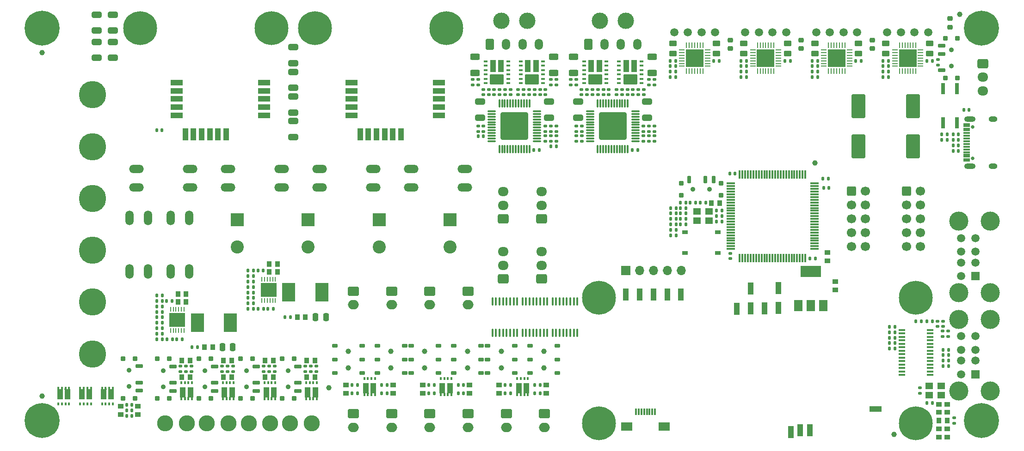
<source format=gbr>
%TF.GenerationSoftware,KiCad,Pcbnew,7.0.7-7.0.7~ubuntu22.04.1*%
%TF.CreationDate,2023-08-30T21:12:01-07:00*%
%TF.ProjectId,mainboard,6d61696e-626f-4617-9264-2e6b69636164,rev?*%
%TF.SameCoordinates,Original*%
%TF.FileFunction,Soldermask,Top*%
%TF.FilePolarity,Negative*%
%FSLAX46Y46*%
G04 Gerber Fmt 4.6, Leading zero omitted, Abs format (unit mm)*
G04 Created by KiCad (PCBNEW 7.0.7-7.0.7~ubuntu22.04.1) date 2023-08-30 21:12:01*
%MOMM*%
%LPD*%
G01*
G04 APERTURE LIST*
G04 Aperture macros list*
%AMRoundRect*
0 Rectangle with rounded corners*
0 $1 Rounding radius*
0 $2 $3 $4 $5 $6 $7 $8 $9 X,Y pos of 4 corners*
0 Add a 4 corners polygon primitive as box body*
4,1,4,$2,$3,$4,$5,$6,$7,$8,$9,$2,$3,0*
0 Add four circle primitives for the rounded corners*
1,1,$1+$1,$2,$3*
1,1,$1+$1,$4,$5*
1,1,$1+$1,$6,$7*
1,1,$1+$1,$8,$9*
0 Add four rect primitives between the rounded corners*
20,1,$1+$1,$2,$3,$4,$5,0*
20,1,$1+$1,$4,$5,$6,$7,0*
20,1,$1+$1,$6,$7,$8,$9,0*
20,1,$1+$1,$8,$9,$2,$3,0*%
G04 Aperture macros list end*
%ADD10RoundRect,0.100000X0.175000X0.200000X-0.175000X0.200000X-0.175000X-0.200000X0.175000X-0.200000X0*%
%ADD11RoundRect,0.250000X0.650000X-0.325000X0.650000X0.325000X-0.650000X0.325000X-0.650000X-0.325000X0*%
%ADD12RoundRect,0.100000X0.450000X1.000000X-0.450000X1.000000X-0.450000X-1.000000X0.450000X-1.000000X0*%
%ADD13RoundRect,0.100000X-0.350000X-0.400000X0.350000X-0.400000X0.350000X0.400000X-0.350000X0.400000X0*%
%ADD14RoundRect,0.100000X-1.000000X0.450000X-1.000000X-0.450000X1.000000X-0.450000X1.000000X0.450000X0*%
%ADD15C,2.950000*%
%ADD16RoundRect,0.100000X-0.175000X-0.200000X0.175000X-0.200000X0.175000X0.200000X-0.175000X0.200000X0*%
%ADD17RoundRect,0.100000X0.350000X0.400000X-0.350000X0.400000X-0.350000X-0.400000X0.350000X-0.400000X0*%
%ADD18RoundRect,0.100000X-0.450000X-1.000000X0.450000X-1.000000X0.450000X1.000000X-0.450000X1.000000X0*%
%ADD19RoundRect,0.100000X-0.200000X0.175000X-0.200000X-0.175000X0.200000X-0.175000X0.200000X0.175000X0*%
%ADD20RoundRect,0.250000X-0.450000X0.262500X-0.450000X-0.262500X0.450000X-0.262500X0.450000X0.262500X0*%
%ADD21RoundRect,0.225000X0.250000X-0.225000X0.250000X0.225000X-0.250000X0.225000X-0.250000X-0.225000X0*%
%ADD22C,1.000000*%
%ADD23RoundRect,0.100000X-0.400000X0.200000X-0.400000X-0.200000X0.400000X-0.200000X0.400000X0.200000X0*%
%ADD24O,2.700000X1.500000*%
%ADD25RoundRect,0.041667X0.133333X0.183333X-0.133333X0.183333X-0.133333X-0.183333X0.133333X-0.183333X0*%
%ADD26RoundRect,0.079673X0.455327X0.835327X-0.455327X0.835327X-0.455327X-0.835327X0.455327X-0.835327X0*%
%ADD27R,0.150000X0.150000*%
%ADD28RoundRect,0.041666X0.133333X0.183333X-0.133333X0.183333X-0.133333X-0.183333X0.133333X-0.183333X0*%
%ADD29RoundRect,0.250000X-1.000000X1.950000X-1.000000X-1.950000X1.000000X-1.950000X1.000000X1.950000X0*%
%ADD30RoundRect,0.100000X0.200000X-0.175000X0.200000X0.175000X-0.200000X0.175000X-0.200000X-0.175000X0*%
%ADD31RoundRect,0.100000X0.400000X-0.350000X0.400000X0.350000X-0.400000X0.350000X-0.400000X-0.350000X0*%
%ADD32O,1.500000X2.700000*%
%ADD33C,1.500000*%
%ADD34RoundRect,0.250000X0.625000X-0.312500X0.625000X0.312500X-0.625000X0.312500X-0.625000X-0.312500X0*%
%ADD35C,3.000000*%
%ADD36RoundRect,0.250001X-0.499999X-0.759999X0.499999X-0.759999X0.499999X0.759999X-0.499999X0.759999X0*%
%ADD37O,1.500000X2.020000*%
%ADD38RoundRect,0.062500X-0.425000X-0.062500X0.425000X-0.062500X0.425000X0.062500X-0.425000X0.062500X0*%
%ADD39RoundRect,0.062500X-0.062500X-0.425000X0.062500X-0.425000X0.062500X0.425000X-0.062500X0.425000X0*%
%ADD40R,3.250000X3.250000*%
%ADD41RoundRect,0.250000X-0.750000X0.600000X-0.750000X-0.600000X0.750000X-0.600000X0.750000X0.600000X0*%
%ADD42O,2.000000X1.700000*%
%ADD43C,0.650000*%
%ADD44R,1.150000X0.300000*%
%ADD45O,2.100000X1.000000*%
%ADD46O,1.600000X1.000000*%
%ADD47RoundRect,0.250000X0.725000X-0.600000X0.725000X0.600000X-0.725000X0.600000X-0.725000X-0.600000X0*%
%ADD48O,1.950000X1.700000*%
%ADD49RoundRect,0.100000X-0.250000X0.100000X-0.250000X-0.100000X0.250000X-0.100000X0.250000X0.100000X0*%
%ADD50RoundRect,0.100000X-1.200000X0.800000X-1.200000X-0.800000X1.200000X-0.800000X1.200000X0.800000X0*%
%ADD51RoundRect,0.100000X-0.450000X1.000000X-0.450000X-1.000000X0.450000X-1.000000X0.450000X1.000000X0*%
%ADD52RoundRect,0.200000X0.500000X0.400000X-0.500000X0.400000X-0.500000X-0.400000X0.500000X-0.400000X0*%
%ADD53C,0.800000*%
%ADD54C,6.400000*%
%ADD55RoundRect,0.062500X-0.062500X0.375000X-0.062500X-0.375000X0.062500X-0.375000X0.062500X0.375000X0*%
%ADD56R,3.000000X2.600000*%
%ADD57C,4.200000*%
%ADD58C,6.200000*%
%ADD59R,2.350000X3.500000*%
%ADD60RoundRect,0.250000X-0.250000X-0.475000X0.250000X-0.475000X0.250000X0.475000X-0.250000X0.475000X0*%
%ADD61RoundRect,0.250000X-0.650000X0.325000X-0.650000X-0.325000X0.650000X-0.325000X0.650000X0.325000X0*%
%ADD62R,1.000000X0.750000*%
%ADD63C,5.000000*%
%ADD64RoundRect,0.100000X-0.300000X-0.300000X0.300000X-0.300000X0.300000X0.300000X-0.300000X0.300000X0*%
%ADD65C,0.900000*%
%ADD66RoundRect,0.075000X-0.225000X-0.575000X0.225000X-0.575000X0.225000X0.575000X-0.225000X0.575000X0*%
%ADD67RoundRect,0.100000X-0.300000X0.300000X-0.300000X-0.300000X0.300000X-0.300000X0.300000X0.300000X0*%
%ADD68RoundRect,0.075000X-0.575000X0.225000X-0.575000X-0.225000X0.575000X-0.225000X0.575000X0.225000X0*%
%ADD69RoundRect,0.100000X-0.400000X0.350000X-0.400000X-0.350000X0.400000X-0.350000X0.400000X0.350000X0*%
%ADD70RoundRect,0.100000X0.400000X-0.200000X0.400000X0.200000X-0.400000X0.200000X-0.400000X-0.200000X0*%
%ADD71RoundRect,0.041667X-0.133333X-0.183333X0.133333X-0.183333X0.133333X0.183333X-0.133333X0.183333X0*%
%ADD72RoundRect,0.079673X-0.455327X-0.835327X0.455327X-0.835327X0.455327X0.835327X-0.455327X0.835327X0*%
%ADD73RoundRect,0.041666X-0.133333X-0.183333X0.133333X-0.183333X0.133333X0.183333X-0.133333X0.183333X0*%
%ADD74R,1.400000X1.200000*%
%ADD75RoundRect,0.100000X1.000000X-0.450000X1.000000X0.450000X-1.000000X0.450000X-1.000000X-0.450000X0*%
%ADD76RoundRect,0.250000X-0.600000X-0.600000X0.600000X-0.600000X0.600000X0.600000X-0.600000X0.600000X0*%
%ADD77C,1.700000*%
%ADD78R,2.400000X2.400000*%
%ADD79C,2.400000*%
%ADD80R,1.200000X0.400000*%
%ADD81RoundRect,0.100000X0.100000X-0.637500X0.100000X0.637500X-0.100000X0.637500X-0.100000X-0.637500X0*%
%ADD82R,0.300000X1.300000*%
%ADD83R,2.000000X1.600000*%
%ADD84R,1.500000X2.000000*%
%ADD85R,3.800000X2.000000*%
%ADD86RoundRect,0.250000X-0.725000X0.600000X-0.725000X-0.600000X0.725000X-0.600000X0.725000X0.600000X0*%
%ADD87RoundRect,0.075000X-0.725000X-0.075000X0.725000X-0.075000X0.725000X0.075000X-0.725000X0.075000X0*%
%ADD88RoundRect,0.075000X-0.075000X-0.725000X0.075000X-0.725000X0.075000X0.725000X-0.075000X0.725000X0*%
%ADD89R,1.500000X1.500000*%
%ADD90C,3.500000*%
%ADD91RoundRect,0.225000X-0.250000X0.225000X-0.250000X-0.225000X0.250000X-0.225000X0.250000X0.225000X0*%
%ADD92R,1.700000X1.700000*%
%ADD93O,1.700000X1.700000*%
%ADD94RoundRect,0.075000X-0.662500X-0.075000X0.662500X-0.075000X0.662500X0.075000X-0.662500X0.075000X0*%
%ADD95RoundRect,0.075000X-0.075000X-0.662500X0.075000X-0.662500X0.075000X0.662500X-0.075000X0.662500X0*%
%ADD96RoundRect,0.250000X-2.250000X-2.250000X2.250000X-2.250000X2.250000X2.250000X-2.250000X2.250000X0*%
%ADD97RoundRect,0.100000X0.300000X-0.300000X0.300000X0.300000X-0.300000X0.300000X-0.300000X-0.300000X0*%
%ADD98RoundRect,0.075000X0.575000X-0.225000X0.575000X0.225000X-0.575000X0.225000X-0.575000X-0.225000X0*%
%ADD99RoundRect,0.250000X0.250000X0.475000X-0.250000X0.475000X-0.250000X-0.475000X0.250000X-0.475000X0*%
%ADD100R,0.640000X2.000000*%
G04 APERTURE END LIST*
D10*
%TO.C,R108*%
X96050000Y-115050000D03*
X95050000Y-115050000D03*
%TD*%
D11*
%TO.C,C64*%
X84000000Y-64475000D03*
X84000000Y-61525000D03*
%TD*%
D12*
%TO.C,T17*%
X214600000Y-137800000D03*
%TD*%
D13*
%TO.C,C86*%
X115600000Y-108700000D03*
X117100000Y-108700000D03*
%TD*%
D14*
%TO.C,T11*%
X146700000Y-74000000D03*
%TD*%
D15*
%TO.C,J17*%
X104215000Y-136500000D03*
X108120000Y-136500000D03*
%TD*%
D16*
%TO.C,C95*%
X229150000Y-122800000D03*
X230150000Y-122800000D03*
%TD*%
D17*
%TO.C,D14*%
X101110000Y-125000000D03*
X99610000Y-125000000D03*
%TD*%
D14*
%TO.C,T47*%
X98700000Y-77000000D03*
%TD*%
D10*
%TO.C,C15*%
X183050000Y-86400000D03*
X182050000Y-86400000D03*
%TD*%
D18*
%TO.C,T22*%
X201200000Y-115475000D03*
%TD*%
D16*
%TO.C,R90*%
X194500000Y-96000000D03*
X195500000Y-96000000D03*
%TD*%
D14*
%TO.C,T41*%
X114700000Y-80000000D03*
%TD*%
D19*
%TO.C,R44*%
X153850000Y-73450000D03*
X153850000Y-74450000D03*
%TD*%
D20*
%TO.C,R15*%
X210500000Y-66837500D03*
X210500000Y-68662500D03*
%TD*%
D10*
%TO.C,C72*%
X96050000Y-121050000D03*
X95050000Y-121050000D03*
%TD*%
D21*
%TO.C,C32*%
X200000000Y-67775000D03*
X200000000Y-66225000D03*
%TD*%
D19*
%TO.C,R45*%
X152850000Y-73450000D03*
X152850000Y-74450000D03*
%TD*%
D22*
%TO.C,SW5*%
X144099999Y-123300000D03*
X144099999Y-126300000D03*
D23*
X141599999Y-122300000D03*
X146599999Y-122300000D03*
X141599999Y-124800000D03*
X146599999Y-124800000D03*
X141599999Y-127300000D03*
X146599999Y-127300000D03*
%TD*%
D19*
%TO.C,C37*%
X172850000Y-81950000D03*
X172850000Y-82950000D03*
%TD*%
D24*
%TO.C,F4*%
X108100000Y-89800000D03*
X108100000Y-93200000D03*
X117900000Y-89800000D03*
X117900000Y-93200000D03*
%TD*%
D25*
%TO.C,Q4*%
X101475000Y-129025000D03*
X100825000Y-129025000D03*
X100175000Y-129025000D03*
X99525000Y-129025000D03*
D26*
X99815000Y-130850000D03*
D25*
X99525000Y-131975000D03*
D27*
X100275000Y-131750000D03*
D25*
X100175000Y-131975000D03*
D28*
X100824999Y-131974999D03*
D27*
X100725000Y-131750000D03*
D25*
X101475000Y-131975000D03*
D26*
X101185000Y-130850000D03*
%TD*%
D10*
%TO.C,R86*%
X240000000Y-124000000D03*
X239000000Y-124000000D03*
%TD*%
D29*
%TO.C,C6*%
X233500000Y-78300000D03*
X233500000Y-85700000D03*
%TD*%
D30*
%TO.C,R33*%
X174800000Y-76250000D03*
X174800000Y-75250000D03*
%TD*%
D31*
%TO.C,C78*%
X219250000Y-112000000D03*
X219250000Y-110500000D03*
%TD*%
D30*
%TO.C,R73*%
X122220000Y-127000000D03*
X122220000Y-126000000D03*
%TD*%
D22*
%TO.C,FID2*%
X74000000Y-131500000D03*
%TD*%
D11*
%TO.C,C63*%
X120000000Y-70475000D03*
X120000000Y-67525000D03*
%TD*%
D32*
%TO.C,F6*%
X90050000Y-108650000D03*
X93450000Y-108650000D03*
X90050000Y-98850000D03*
X93450000Y-98850000D03*
%TD*%
D13*
%TO.C,D24*%
X120750000Y-117000000D03*
X122250000Y-117000000D03*
%TD*%
D16*
%TO.C,R101*%
X190900000Y-96999999D03*
X191900000Y-96999999D03*
%TD*%
D33*
%TO.C,M4*%
X197250000Y-64755000D03*
X194750000Y-64755000D03*
X192250000Y-64755000D03*
X189750000Y-64755000D03*
%TD*%
D18*
%TO.C,T18*%
X191000000Y-112900000D03*
%TD*%
D14*
%TO.C,T12*%
X146700000Y-77000000D03*
%TD*%
D20*
%TO.C,R16*%
X202500000Y-66837500D03*
X202500000Y-68662500D03*
%TD*%
D34*
%TO.C,R39*%
X167700000Y-72212500D03*
X167700000Y-69287500D03*
%TD*%
D33*
%TO.C,M2*%
X223250000Y-64755000D03*
X220750000Y-64755000D03*
X218250000Y-64755000D03*
X215750000Y-64755000D03*
%TD*%
D16*
%TO.C,R5*%
X240800000Y-84500000D03*
X241800000Y-84500000D03*
%TD*%
D30*
%TO.C,C53*%
X154800000Y-76250000D03*
X154800000Y-75250000D03*
%TD*%
D14*
%TO.C,T48*%
X114700000Y-77000000D03*
%TD*%
D16*
%TO.C,R98*%
X228000000Y-73000000D03*
X229000000Y-73000000D03*
%TD*%
D22*
%TO.C,FID5*%
X215500000Y-88750000D03*
%TD*%
D16*
%TO.C,R107*%
X113550000Y-108500000D03*
X114550000Y-108500000D03*
%TD*%
D20*
%TO.C,R18*%
X189500000Y-66837500D03*
X189500000Y-68662500D03*
%TD*%
D35*
%TO.C,M6*%
X158150000Y-62650000D03*
X162850000Y-62650000D03*
D36*
X156000000Y-66970000D03*
D37*
X159000000Y-66970000D03*
X162000000Y-66970000D03*
X165000000Y-66970000D03*
%TD*%
D17*
%TO.C,D11*%
X123970000Y-125000000D03*
X122470000Y-125000000D03*
%TD*%
D38*
%TO.C,U2*%
X230137500Y-68000000D03*
X230137500Y-68500000D03*
X230137500Y-69000000D03*
X230137500Y-69500000D03*
X230137500Y-70000000D03*
X230137500Y-70500000D03*
X230137500Y-71000000D03*
D39*
X231000000Y-71862500D03*
X231500000Y-71862500D03*
X232000000Y-71862500D03*
X232500000Y-71862500D03*
X233000000Y-71862500D03*
X233500000Y-71862500D03*
X234000000Y-71862500D03*
D38*
X234862500Y-71000000D03*
X234862500Y-70500000D03*
X234862500Y-70000000D03*
X234862500Y-69500000D03*
X234862500Y-69000000D03*
X234862500Y-68500000D03*
X234862500Y-68000000D03*
D39*
X234000000Y-67137500D03*
X233500000Y-67137500D03*
X233000000Y-67137500D03*
X232500000Y-67137500D03*
X232000000Y-67137500D03*
X231500000Y-67137500D03*
X231000000Y-67137500D03*
D40*
X232500000Y-69500000D03*
%TD*%
D41*
%TO.C,J25*%
X138025000Y-112250000D03*
D42*
X138025000Y-114750000D03*
%TD*%
D12*
%TO.C,T38*%
X104750000Y-83450000D03*
%TD*%
D30*
%TO.C,R40*%
X162200000Y-76250000D03*
X162200000Y-75250000D03*
%TD*%
D16*
%TO.C,C69*%
X95050000Y-116050000D03*
X96050000Y-116050000D03*
%TD*%
D43*
%TO.C,J1*%
X244395000Y-87890000D03*
X244395000Y-82110000D03*
D44*
X243330000Y-88350000D03*
X243330000Y-87550000D03*
X243330000Y-86250000D03*
X243330000Y-85250000D03*
X243330000Y-84750000D03*
X243330000Y-83750000D03*
X243330000Y-82450000D03*
X243330000Y-81650000D03*
X243330000Y-81950000D03*
X243330000Y-82750000D03*
X243330000Y-83250000D03*
X243330000Y-84250000D03*
X243330000Y-85750000D03*
X243330000Y-86750000D03*
X243330000Y-87250000D03*
X243330000Y-88050000D03*
D45*
X243895000Y-89320000D03*
D46*
X248075000Y-89320000D03*
D45*
X243895000Y-80680000D03*
D46*
X248075000Y-80680000D03*
%TD*%
D41*
%TO.C,J23*%
X131025000Y-112250000D03*
D42*
X131025000Y-114750000D03*
%TD*%
D30*
%TO.C,R79*%
X234750000Y-131000000D03*
X234750000Y-130000000D03*
%TD*%
D10*
%TO.C,R87*%
X240000000Y-125000000D03*
X239000000Y-125000000D03*
%TD*%
D19*
%TO.C,C54*%
X166200000Y-75250000D03*
X166200000Y-76250000D03*
%TD*%
D10*
%TO.C,R94*%
X96050000Y-120050000D03*
X95050000Y-120050000D03*
%TD*%
D22*
%TO.C,FID3*%
X242000000Y-61500000D03*
%TD*%
D19*
%TO.C,C47*%
X166150000Y-81950000D03*
X166150000Y-82950000D03*
%TD*%
D47*
%TO.C,J3*%
X165475000Y-99000000D03*
D48*
X165475000Y-96500000D03*
X165475000Y-94000000D03*
%TD*%
D41*
%TO.C,J15*%
X138024998Y-134750000D03*
D42*
X138024998Y-137250000D03*
%TD*%
D16*
%TO.C,R57*%
X144799998Y-131000000D03*
X145799998Y-131000000D03*
%TD*%
D13*
%TO.C,C66*%
X98900000Y-112825000D03*
X100400000Y-112825000D03*
%TD*%
D30*
%TO.C,R20*%
X183200000Y-76250000D03*
X183200000Y-75250000D03*
%TD*%
D14*
%TO.C,T43*%
X114700000Y-75500000D03*
%TD*%
D10*
%TO.C,C83*%
X112750000Y-115500000D03*
X111750000Y-115500000D03*
%TD*%
D19*
%TO.C,R83*%
X238900000Y-119550000D03*
X238900000Y-120550000D03*
%TD*%
D29*
%TO.C,C8*%
X223500000Y-78300000D03*
X223500000Y-85700000D03*
%TD*%
D16*
%TO.C,R116*%
X189000000Y-73000000D03*
X190000000Y-73000000D03*
%TD*%
D25*
%TO.C,Q6*%
X116725000Y-129025000D03*
X116075000Y-129025000D03*
X115425000Y-129025000D03*
X114775000Y-129025000D03*
D26*
X115065000Y-130850000D03*
D25*
X114775000Y-131975000D03*
D27*
X115525000Y-131750000D03*
D25*
X115425000Y-131975000D03*
D28*
X116074999Y-131974999D03*
D27*
X115975000Y-131750000D03*
D25*
X116725000Y-131975000D03*
D26*
X116435000Y-130850000D03*
%TD*%
D49*
%TO.C,QB2*%
X159350000Y-74100000D03*
X159350000Y-73300000D03*
X159350000Y-72500000D03*
X159350000Y-71700000D03*
X159350000Y-70900000D03*
X159350000Y-70100000D03*
X155250000Y-70100000D03*
X155250000Y-70900000D03*
X155250000Y-71700000D03*
X155250000Y-72500000D03*
X155250000Y-73300000D03*
X155250000Y-74100000D03*
D50*
X157300000Y-73400000D03*
D51*
X158050000Y-71000000D03*
X156550000Y-71000000D03*
%TD*%
D10*
%TO.C,C18*%
X216000000Y-71000000D03*
X215000000Y-71000000D03*
%TD*%
D30*
%TO.C,R66*%
X114610000Y-127000000D03*
X114610000Y-126000000D03*
%TD*%
%TO.C,R26*%
X181200000Y-76250000D03*
X181200000Y-75250000D03*
%TD*%
D24*
%TO.C,F5*%
X91350000Y-89800000D03*
X91350000Y-93200000D03*
X101150000Y-89800000D03*
X101150000Y-93200000D03*
%TD*%
D19*
%TO.C,R82*%
X238950000Y-117750000D03*
X238950000Y-118750000D03*
%TD*%
D13*
%TO.C,D1*%
X103750000Y-122500000D03*
X105250000Y-122500000D03*
%TD*%
D16*
%TO.C,R4*%
X240800000Y-85500000D03*
X241800000Y-85500000D03*
%TD*%
D30*
%TO.C,C41*%
X172800000Y-76250000D03*
X172800000Y-75250000D03*
%TD*%
D11*
%TO.C,C56*%
X166800000Y-80425000D03*
X166800000Y-77475000D03*
%TD*%
D25*
%TO.C,Q2*%
X148974999Y-128257500D03*
X148324999Y-128257500D03*
X147674999Y-128257500D03*
X147024999Y-128257500D03*
D26*
X147314999Y-130082500D03*
D25*
X147024999Y-131207500D03*
D27*
X147774999Y-130982500D03*
D25*
X147674999Y-131207500D03*
D28*
X148324998Y-131207499D03*
D27*
X148224999Y-130982500D03*
D25*
X148974999Y-131207500D03*
D26*
X148684999Y-130082500D03*
%TD*%
D52*
%TO.C,Y1*%
X196100000Y-97650000D03*
X193900000Y-97650000D03*
X193900000Y-99350000D03*
X196100000Y-99350000D03*
%TD*%
D10*
%TO.C,R69*%
X90500000Y-135100000D03*
X89500000Y-135100000D03*
%TD*%
D47*
%TO.C,J4*%
X158475000Y-99000000D03*
D48*
X158475000Y-96500000D03*
X158475000Y-94000000D03*
%TD*%
D53*
%TO.C,H4*%
X243600000Y-136000000D03*
X244302944Y-134302944D03*
X244302944Y-137697056D03*
X246000000Y-133600000D03*
D54*
X246000000Y-136000000D03*
D53*
X246000000Y-138400000D03*
X247697056Y-134302944D03*
X247697056Y-137697056D03*
X248400000Y-136000000D03*
%TD*%
D10*
%TO.C,C28*%
X198000000Y-70000000D03*
X197000000Y-70000000D03*
%TD*%
%TO.C,R56*%
X165199997Y-129500000D03*
X164199997Y-129500000D03*
%TD*%
D16*
%TO.C,R3*%
X197500000Y-98500000D03*
X198500000Y-98500000D03*
%TD*%
D14*
%TO.C,T42*%
X98700000Y-80000000D03*
%TD*%
D19*
%TO.C,R67*%
X124220000Y-126000000D03*
X124220000Y-127000000D03*
%TD*%
D16*
%TO.C,C88*%
X214600000Y-106300000D03*
X215600000Y-106300000D03*
%TD*%
%TO.C,R106*%
X111750000Y-108500000D03*
X112750000Y-108500000D03*
%TD*%
D34*
%TO.C,R46*%
X153300000Y-72212500D03*
X153300000Y-69287500D03*
%TD*%
D16*
%TO.C,C80*%
X113600000Y-115500000D03*
X114600000Y-115500000D03*
%TD*%
D14*
%TO.C,T9*%
X146700000Y-80000000D03*
%TD*%
D16*
%TO.C,C70*%
X96900000Y-121050000D03*
X97900000Y-121050000D03*
%TD*%
D30*
%TO.C,R68*%
X123220000Y-127000000D03*
X123220000Y-126000000D03*
%TD*%
D22*
%TO.C,FID4*%
X230000000Y-138500000D03*
%TD*%
D16*
%TO.C,C17*%
X215000000Y-72000000D03*
X216000000Y-72000000D03*
%TD*%
%TO.C,R58*%
X144799998Y-129500000D03*
X145799998Y-129500000D03*
%TD*%
D19*
%TO.C,R19*%
X172850000Y-83750000D03*
X172850000Y-84750000D03*
%TD*%
%TO.C,R37*%
X167150000Y-73450000D03*
X167150000Y-74450000D03*
%TD*%
D25*
%TO.C,Q1*%
X134974999Y-128257500D03*
X134324999Y-128257500D03*
X133674999Y-128257500D03*
X133024999Y-128257500D03*
D26*
X133314999Y-130082500D03*
D25*
X133024999Y-131207500D03*
D27*
X133774999Y-130982500D03*
D25*
X133674999Y-131207500D03*
D28*
X134324998Y-131207499D03*
D27*
X134224999Y-130982500D03*
D25*
X134974999Y-131207500D03*
D26*
X134684999Y-130082500D03*
%TD*%
D10*
%TO.C,R2*%
X190100000Y-102000000D03*
X189100000Y-102000000D03*
%TD*%
%TO.C,R109*%
X112750000Y-113500000D03*
X111750000Y-113500000D03*
%TD*%
D19*
%TO.C,C43*%
X177800000Y-75250000D03*
X177800000Y-76250000D03*
%TD*%
D14*
%TO.C,T27*%
X130700000Y-74000000D03*
%TD*%
D30*
%TO.C,R64*%
X99360000Y-127000000D03*
X99360000Y-126000000D03*
%TD*%
%TO.C,R32*%
X173800000Y-76250000D03*
X173800000Y-75250000D03*
%TD*%
D13*
%TO.C,D23*%
X196550000Y-96100000D03*
X198050000Y-96100000D03*
%TD*%
D10*
%TO.C,C21*%
X165050000Y-86400000D03*
X164050000Y-86400000D03*
%TD*%
%TO.C,R85*%
X240000000Y-123000000D03*
X239000000Y-123000000D03*
%TD*%
D30*
%TO.C,C52*%
X161200000Y-76250000D03*
X161200000Y-75250000D03*
%TD*%
D13*
%TO.C,C68*%
X98900000Y-114250000D03*
X100400000Y-114250000D03*
%TD*%
D33*
%TO.C,M3*%
X210250000Y-64755000D03*
X207750000Y-64755000D03*
X205250000Y-64755000D03*
X202750000Y-64755000D03*
%TD*%
D55*
%TO.C,U8*%
X116750000Y-110062500D03*
X116250000Y-110062500D03*
X115750000Y-110062500D03*
X115250000Y-110062500D03*
X114750000Y-110062500D03*
X114250000Y-110062500D03*
X114250000Y-113937500D03*
X114750000Y-113937500D03*
X115250000Y-113937500D03*
X115750000Y-113937500D03*
X116250000Y-113937500D03*
X116750000Y-113937500D03*
D56*
X115500000Y-112000000D03*
%TD*%
D30*
%TO.C,R50*%
X107980000Y-127000000D03*
X107980000Y-126000000D03*
%TD*%
D33*
%TO.C,M1*%
X236250000Y-64755000D03*
X233750000Y-64755000D03*
X231250000Y-64755000D03*
X228750000Y-64755000D03*
%TD*%
D30*
%TO.C,R43*%
X157800000Y-76250000D03*
X157800000Y-75250000D03*
%TD*%
%TO.C,R63*%
X100360000Y-127000000D03*
X100360000Y-126000000D03*
%TD*%
D16*
%TO.C,C79*%
X189100000Y-99999999D03*
X190100000Y-99999999D03*
%TD*%
D19*
%TO.C,C42*%
X184200000Y-75250000D03*
X184200000Y-76250000D03*
%TD*%
D11*
%TO.C,C45*%
X172200000Y-80425000D03*
X172200000Y-77475000D03*
%TD*%
D10*
%TO.C,R88*%
X240000000Y-126000000D03*
X239000000Y-126000000D03*
%TD*%
D57*
%TO.C,H11*%
X176000000Y-113500000D03*
D58*
X176000000Y-113500000D03*
%TD*%
D12*
%TO.C,T15*%
X211100000Y-138100000D03*
%TD*%
D10*
%TO.C,R80*%
X237000000Y-132750000D03*
X236000000Y-132750000D03*
%TD*%
D59*
%TO.C,L1*%
X102475000Y-118000000D03*
X108525000Y-118000000D03*
%TD*%
D16*
%TO.C,C23*%
X202000000Y-72000000D03*
X203000000Y-72000000D03*
%TD*%
D10*
%TO.C,C30*%
X190000000Y-71000000D03*
X189000000Y-71000000D03*
%TD*%
D15*
%TO.C,J18*%
X96595000Y-136500000D03*
X100500000Y-136500000D03*
%TD*%
D10*
%TO.C,C10*%
X237000000Y-70000000D03*
X236000000Y-70000000D03*
%TD*%
D16*
%TO.C,C5*%
X115400000Y-115500000D03*
X116400000Y-115500000D03*
%TD*%
D17*
%TO.C,D22*%
X239750000Y-136000000D03*
X238250000Y-136000000D03*
%TD*%
D14*
%TO.C,T49*%
X98700000Y-78500000D03*
%TD*%
D34*
%TO.C,R24*%
X185700000Y-72212500D03*
X185700000Y-69287500D03*
%TD*%
D14*
%TO.C,T13*%
X146700000Y-78500000D03*
%TD*%
D17*
%TO.C,D13*%
X108730000Y-125000000D03*
X107230000Y-125000000D03*
%TD*%
D10*
%TO.C,R53*%
X137199998Y-131000000D03*
X136199998Y-131000000D03*
%TD*%
%TO.C,R118*%
X168150000Y-85650000D03*
X167150000Y-85650000D03*
%TD*%
D16*
%TO.C,R102*%
X190900001Y-97999999D03*
X191900001Y-97999999D03*
%TD*%
D19*
%TO.C,C87*%
X238000000Y-69750000D03*
X238000000Y-70750000D03*
%TD*%
D60*
%TO.C,C84*%
X124100000Y-117000000D03*
X126000000Y-117000000D03*
%TD*%
D25*
%TO.C,Q5*%
X109095000Y-129025000D03*
X108445000Y-129025000D03*
X107795000Y-129025000D03*
X107145000Y-129025000D03*
D26*
X107435000Y-130850000D03*
D25*
X107145000Y-131975000D03*
D27*
X107895000Y-131750000D03*
D25*
X107795000Y-131975000D03*
D28*
X108444999Y-131974999D03*
D27*
X108345000Y-131750000D03*
D25*
X109095000Y-131975000D03*
D26*
X108805000Y-130850000D03*
%TD*%
D61*
%TO.C,C59*%
X87000000Y-66525000D03*
X87000000Y-69475000D03*
%TD*%
D57*
%TO.C,H10*%
X148000000Y-64000000D03*
D58*
X148000000Y-64000000D03*
%TD*%
D16*
%TO.C,C81*%
X111750000Y-110500000D03*
X112750000Y-110500000D03*
%TD*%
D15*
%TO.C,J19*%
X111845000Y-136500000D03*
X115750000Y-136500000D03*
%TD*%
D19*
%TO.C,R71*%
X101360000Y-126000000D03*
X101360000Y-127000000D03*
%TD*%
D62*
%TO.C,SW2*%
X197750000Y-105225000D03*
X191750000Y-105225000D03*
X197750000Y-101475000D03*
X191750000Y-101475000D03*
%TD*%
D12*
%TO.C,T1*%
X132250000Y-83450000D03*
%TD*%
D14*
%TO.C,T29*%
X130700000Y-78500000D03*
%TD*%
D16*
%TO.C,C19*%
X215000000Y-70000000D03*
X216000000Y-70000000D03*
%TD*%
D63*
%TO.C,J9*%
X83250000Y-76250000D03*
X83250000Y-85750000D03*
X83250000Y-95250000D03*
X83250000Y-104750000D03*
X83250000Y-114250000D03*
X83250000Y-123750000D03*
%TD*%
D31*
%TO.C,C77*%
X217800000Y-106650000D03*
X217800000Y-105150000D03*
%TD*%
D61*
%TO.C,C61*%
X84000000Y-66525000D03*
X84000000Y-69475000D03*
%TD*%
D12*
%TO.C,T4*%
X133750000Y-83450000D03*
%TD*%
D64*
%TO.C,SW14*%
X191050000Y-92500000D03*
X191050000Y-94700000D03*
D65*
X193200000Y-93600000D03*
X196200000Y-93600000D03*
D64*
X198350000Y-92500000D03*
X198350000Y-94700000D03*
D66*
X192450000Y-91800000D03*
X195450000Y-91800000D03*
X196950000Y-91800000D03*
%TD*%
D12*
%TO.C,T39*%
X106250000Y-83450000D03*
%TD*%
D57*
%TO.C,H8*%
X234000000Y-136500000D03*
D58*
X234000000Y-136500000D03*
%TD*%
D10*
%TO.C,R93*%
X112750000Y-109500000D03*
X111750000Y-109500000D03*
%TD*%
D38*
%TO.C,U4*%
X204137500Y-68000000D03*
X204137500Y-68500000D03*
X204137500Y-69000000D03*
X204137500Y-69500000D03*
X204137500Y-70000000D03*
X204137500Y-70500000D03*
X204137500Y-71000000D03*
D39*
X205000000Y-71862500D03*
X205500000Y-71862500D03*
X206000000Y-71862500D03*
X206500000Y-71862500D03*
X207000000Y-71862500D03*
X207500000Y-71862500D03*
X208000000Y-71862500D03*
D38*
X208862500Y-71000000D03*
X208862500Y-70500000D03*
X208862500Y-70000000D03*
X208862500Y-69500000D03*
X208862500Y-69000000D03*
X208862500Y-68500000D03*
X208862500Y-68000000D03*
D39*
X208000000Y-67137500D03*
X207500000Y-67137500D03*
X207000000Y-67137500D03*
X206500000Y-67137500D03*
X206000000Y-67137500D03*
X205500000Y-67137500D03*
X205000000Y-67137500D03*
D40*
X206500000Y-69500000D03*
%TD*%
D10*
%TO.C,R75*%
X230150000Y-120800000D03*
X229150000Y-120800000D03*
%TD*%
D31*
%TO.C,D7*%
X157699997Y-131000000D03*
X157699997Y-129500000D03*
%TD*%
D19*
%TO.C,R81*%
X237950000Y-117750000D03*
X237950000Y-118750000D03*
%TD*%
%TO.C,R84*%
X239900000Y-119550000D03*
X239900000Y-120550000D03*
%TD*%
D25*
%TO.C,Q7*%
X124335000Y-129025000D03*
X123685000Y-129025000D03*
X123035000Y-129025000D03*
X122385000Y-129025000D03*
D26*
X122675000Y-130850000D03*
D25*
X122385000Y-131975000D03*
D27*
X123135000Y-131750000D03*
D25*
X123035000Y-131975000D03*
D28*
X123684999Y-131974999D03*
D27*
X123585000Y-131750000D03*
D25*
X124335000Y-131975000D03*
D26*
X124045000Y-130850000D03*
%TD*%
D41*
%TO.C,J8*%
X131025000Y-134750000D03*
D42*
X131025000Y-137250000D03*
%TD*%
D19*
%TO.C,C39*%
X185150000Y-83750000D03*
X185150000Y-84750000D03*
%TD*%
D57*
%TO.C,H12*%
X176000000Y-136500000D03*
D58*
X176000000Y-136500000D03*
%TD*%
D67*
%TO.C,SW12*%
X112560000Y-124650000D03*
X110360000Y-124650000D03*
D65*
X111460000Y-126800000D03*
X111460000Y-129800000D03*
D67*
X112560000Y-131950000D03*
X110360000Y-131950000D03*
D68*
X113260000Y-126050000D03*
X113260000Y-129050000D03*
X113260000Y-130550000D03*
%TD*%
D57*
%TO.C,H9*%
X124000000Y-64000000D03*
D58*
X124000000Y-64000000D03*
%TD*%
D61*
%TO.C,C58*%
X120000000Y-81025000D03*
X120000000Y-83975000D03*
%TD*%
D22*
%TO.C,SW7*%
X158099998Y-123300000D03*
X158099998Y-126300000D03*
D23*
X155599998Y-122300000D03*
X160599998Y-122300000D03*
X155599998Y-124800000D03*
X160599998Y-124800000D03*
X155599998Y-127300000D03*
X160599998Y-127300000D03*
%TD*%
D31*
%TO.C,D18*%
X88450000Y-134850000D03*
X88450000Y-133350000D03*
%TD*%
D11*
%TO.C,C65*%
X87000000Y-64475000D03*
X87000000Y-61525000D03*
%TD*%
D69*
%TO.C,D19*%
X239750000Y-133000000D03*
X239750000Y-134500000D03*
%TD*%
D16*
%TO.C,R77*%
X89500000Y-133100000D03*
X90500000Y-133100000D03*
%TD*%
D41*
%TO.C,J27*%
X152025000Y-112250000D03*
D42*
X152025000Y-114750000D03*
%TD*%
D35*
%TO.C,M5*%
X176150000Y-62650000D03*
X180850000Y-62650000D03*
D36*
X174000000Y-66970000D03*
D37*
X177000000Y-66970000D03*
X180000000Y-66970000D03*
X183000000Y-66970000D03*
%TD*%
D16*
%TO.C,R8*%
X240800000Y-83500000D03*
X241800000Y-83500000D03*
%TD*%
D12*
%TO.C,T7*%
X138250000Y-83450000D03*
%TD*%
D16*
%TO.C,C25*%
X202000000Y-70000000D03*
X203000000Y-70000000D03*
%TD*%
D41*
%TO.C,J7*%
X145025000Y-134750000D03*
D42*
X145025000Y-137250000D03*
%TD*%
D10*
%TO.C,R95*%
X112750000Y-114500000D03*
X111750000Y-114500000D03*
%TD*%
D30*
%TO.C,C38*%
X184150000Y-84750000D03*
X184150000Y-83750000D03*
%TD*%
D10*
%TO.C,C24*%
X203000000Y-71000000D03*
X202000000Y-71000000D03*
%TD*%
%TO.C,R10*%
X230150000Y-119800000D03*
X229150000Y-119800000D03*
%TD*%
D14*
%TO.C,T44*%
X98700000Y-75500000D03*
%TD*%
%TO.C,T45*%
X98700000Y-74000000D03*
%TD*%
D18*
%TO.C,T3*%
X180900000Y-112900000D03*
%TD*%
D10*
%TO.C,R55*%
X165199997Y-131000000D03*
X164199997Y-131000000D03*
%TD*%
D19*
%TO.C,R70*%
X108980000Y-126000000D03*
X108980000Y-127000000D03*
%TD*%
D22*
%TO.C,FID6*%
X126500000Y-130000000D03*
%TD*%
D38*
%TO.C,U5*%
X191137500Y-68000000D03*
X191137500Y-68500000D03*
X191137500Y-69000000D03*
X191137500Y-69500000D03*
X191137500Y-70000000D03*
X191137500Y-70500000D03*
X191137500Y-71000000D03*
D39*
X192000000Y-71862500D03*
X192500000Y-71862500D03*
X193000000Y-71862500D03*
X193500000Y-71862500D03*
X194000000Y-71862500D03*
X194500000Y-71862500D03*
X195000000Y-71862500D03*
D38*
X195862500Y-71000000D03*
X195862500Y-70500000D03*
X195862500Y-70000000D03*
X195862500Y-69500000D03*
X195862500Y-69000000D03*
X195862500Y-68500000D03*
X195862500Y-68000000D03*
D39*
X195000000Y-67137500D03*
X194500000Y-67137500D03*
X194000000Y-67137500D03*
X193500000Y-67137500D03*
X193000000Y-67137500D03*
X192500000Y-67137500D03*
X192000000Y-67137500D03*
D40*
X193500000Y-69500000D03*
%TD*%
D16*
%TO.C,C1*%
X190900000Y-96000000D03*
X191900000Y-96000000D03*
%TD*%
D30*
%TO.C,C50*%
X166150000Y-84750000D03*
X166150000Y-83750000D03*
%TD*%
D18*
%TO.C,T14*%
X185950000Y-112900000D03*
%TD*%
D12*
%TO.C,T36*%
X101750000Y-83450000D03*
%TD*%
D17*
%TO.C,D9*%
X101110000Y-128000000D03*
X99610000Y-128000000D03*
%TD*%
D22*
%TO.C,SW6*%
X151899998Y-126300000D03*
X151899998Y-123300000D03*
D70*
X154399998Y-127300000D03*
X149399998Y-127300000D03*
X154399998Y-124800000D03*
X149399998Y-124800000D03*
X154399998Y-122300000D03*
X149399998Y-122300000D03*
%TD*%
D18*
%TO.C,T30*%
X208800000Y-115325000D03*
%TD*%
D30*
%TO.C,R35*%
X165200000Y-76250000D03*
X165200000Y-75250000D03*
%TD*%
D16*
%TO.C,R62*%
X158799997Y-129500000D03*
X159799997Y-129500000D03*
%TD*%
D71*
%TO.C,Q8*%
X77025000Y-132975000D03*
X77675000Y-132975000D03*
X78325000Y-132975000D03*
X78975000Y-132975000D03*
D72*
X78685000Y-131150000D03*
D71*
X78975000Y-130025000D03*
D27*
X78225000Y-130250000D03*
D71*
X78325000Y-130025000D03*
D73*
X77675001Y-130025001D03*
D27*
X77775000Y-130250000D03*
D71*
X77025000Y-130025000D03*
D72*
X77315000Y-131150000D03*
%TD*%
D16*
%TO.C,C76*%
X189100000Y-99000000D03*
X190100000Y-99000000D03*
%TD*%
%TO.C,R100*%
X95000000Y-82750000D03*
X96000000Y-82750000D03*
%TD*%
D12*
%TO.C,T24*%
X203725000Y-111775000D03*
%TD*%
D31*
%TO.C,D2*%
X152299998Y-131000000D03*
X152299998Y-129500000D03*
%TD*%
D41*
%TO.C,J14*%
X152024998Y-134750000D03*
D42*
X152024998Y-137250000D03*
%TD*%
D16*
%TO.C,R91*%
X95050000Y-114050000D03*
X96050000Y-114050000D03*
%TD*%
D12*
%TO.C,T8*%
X139750000Y-83450000D03*
%TD*%
D74*
%TO.C,Y2*%
X236400000Y-131350000D03*
X238600000Y-131350000D03*
X238600000Y-129650000D03*
X236400000Y-129650000D03*
%TD*%
D75*
%TO.C,T20*%
X226600000Y-133900000D03*
%TD*%
D16*
%TO.C,R61*%
X158799997Y-131000000D03*
X159799997Y-131000000D03*
%TD*%
D22*
%TO.C,FID1*%
X74000000Y-68500000D03*
%TD*%
D24*
%TO.C,F3*%
X124850000Y-89800000D03*
X124850000Y-93200000D03*
X134650000Y-89800000D03*
X134650000Y-93200000D03*
%TD*%
D76*
%TO.C,J11*%
X232247500Y-93920000D03*
D77*
X234787500Y-93920000D03*
X232247500Y-96460000D03*
X234787500Y-96460000D03*
X232247500Y-99000000D03*
X234787500Y-99000000D03*
X232247500Y-101540000D03*
X234787500Y-101540000D03*
X232247500Y-104080000D03*
X234787500Y-104080000D03*
%TD*%
D22*
%TO.C,SW8*%
X165899997Y-126300000D03*
X165899997Y-123300000D03*
D70*
X168399997Y-127300000D03*
X163399997Y-127300000D03*
X168399997Y-124800000D03*
X163399997Y-124800000D03*
X168399997Y-122300000D03*
X163399997Y-122300000D03*
%TD*%
D30*
%TO.C,C48*%
X153850000Y-82950000D03*
X153850000Y-81950000D03*
%TD*%
D19*
%TO.C,C35*%
X184150000Y-81950000D03*
X184150000Y-82950000D03*
%TD*%
D47*
%TO.C,J6*%
X158475000Y-110000000D03*
D48*
X158475000Y-107500000D03*
X158475000Y-105000000D03*
%TD*%
D57*
%TO.C,H7*%
X234000000Y-113500000D03*
D58*
X234000000Y-113500000D03*
%TD*%
D16*
%TO.C,C75*%
X189100000Y-97999999D03*
X190100000Y-97999999D03*
%TD*%
D15*
%TO.C,J20*%
X119455000Y-136500000D03*
X123360000Y-136500000D03*
%TD*%
D78*
%TO.C,C9*%
X122750000Y-99176041D03*
D79*
X122750000Y-104176041D03*
%TD*%
D12*
%TO.C,T33*%
X100250000Y-83450000D03*
%TD*%
D18*
%TO.C,T16*%
X188500000Y-112900000D03*
%TD*%
D20*
%TO.C,R17*%
X197500000Y-66837500D03*
X197500000Y-68662500D03*
%TD*%
D34*
%TO.C,R31*%
X171300000Y-72212500D03*
X171300000Y-69287500D03*
%TD*%
D31*
%TO.C,D3*%
X138299998Y-131000000D03*
X138299998Y-129500000D03*
%TD*%
D16*
%TO.C,R97*%
X118500000Y-117000000D03*
X119500000Y-117000000D03*
%TD*%
D80*
%TO.C,U16*%
X236600000Y-127627500D03*
X236600000Y-126992500D03*
X236600000Y-126357500D03*
X236600000Y-125722500D03*
X236600000Y-125087500D03*
X236600000Y-124452500D03*
X236600000Y-123817500D03*
X236600000Y-123182500D03*
X236600000Y-122547500D03*
X236600000Y-121912500D03*
X236600000Y-121277500D03*
X236600000Y-120642500D03*
X236600000Y-120007500D03*
X236600000Y-119372500D03*
X231400000Y-119372500D03*
X231400000Y-120007500D03*
X231400000Y-120642500D03*
X231400000Y-121277500D03*
X231400000Y-121912500D03*
X231400000Y-122547500D03*
X231400000Y-123182500D03*
X231400000Y-123817500D03*
X231400000Y-124452500D03*
X231400000Y-125087500D03*
X231400000Y-125722500D03*
X231400000Y-126357500D03*
X231400000Y-126992500D03*
X231400000Y-127627500D03*
%TD*%
D30*
%TO.C,R28*%
X175800000Y-76250000D03*
X175800000Y-75250000D03*
%TD*%
%TO.C,C36*%
X171850000Y-82950000D03*
X171850000Y-81950000D03*
%TD*%
D11*
%TO.C,C57*%
X154200000Y-80425000D03*
X154200000Y-77475000D03*
%TD*%
D10*
%TO.C,C16*%
X224000000Y-70000000D03*
X223000000Y-70000000D03*
%TD*%
D69*
%TO.C,D17*%
X239750000Y-137500000D03*
X239750000Y-139000000D03*
%TD*%
D19*
%TO.C,R30*%
X170850000Y-73450000D03*
X170850000Y-74450000D03*
%TD*%
D11*
%TO.C,C44*%
X184800000Y-80425000D03*
X184800000Y-77475000D03*
%TD*%
D21*
%TO.C,C26*%
X213000000Y-67775000D03*
X213000000Y-66225000D03*
%TD*%
D17*
%TO.C,D15*%
X116360000Y-125000000D03*
X114860000Y-125000000D03*
%TD*%
D47*
%TO.C,J5*%
X165475000Y-110000000D03*
D48*
X165475000Y-107500000D03*
X165475000Y-105000000D03*
%TD*%
D16*
%TO.C,R115*%
X202000000Y-73000000D03*
X203000000Y-73000000D03*
%TD*%
D30*
%TO.C,C40*%
X179200000Y-76250000D03*
X179200000Y-75250000D03*
%TD*%
D16*
%TO.C,C11*%
X228000000Y-72000000D03*
X229000000Y-72000000D03*
%TD*%
D81*
%TO.C,U12*%
X161975000Y-119862500D03*
X162625000Y-119862500D03*
X163275000Y-119862500D03*
X163925000Y-119862500D03*
X164575000Y-119862500D03*
X165225000Y-119862500D03*
X165875000Y-119862500D03*
X166525000Y-119862500D03*
X166525000Y-114137500D03*
X165875000Y-114137500D03*
X165225000Y-114137500D03*
X164575000Y-114137500D03*
X163925000Y-114137500D03*
X163275000Y-114137500D03*
X162625000Y-114137500D03*
X161975000Y-114137500D03*
%TD*%
D10*
%TO.C,R96*%
X112750000Y-111500000D03*
X111750000Y-111500000D03*
%TD*%
D30*
%TO.C,R42*%
X158800000Y-76250000D03*
X158800000Y-75250000D03*
%TD*%
D71*
%TO.C,Q10*%
X85025000Y-132975000D03*
X85675000Y-132975000D03*
X86325000Y-132975000D03*
X86975000Y-132975000D03*
D72*
X86685000Y-131150000D03*
D71*
X86975000Y-130025000D03*
D27*
X86225000Y-130250000D03*
D71*
X86325000Y-130025000D03*
D73*
X85675001Y-130025001D03*
D27*
X85775000Y-130250000D03*
D71*
X85025000Y-130025000D03*
D72*
X85315000Y-131150000D03*
%TD*%
D10*
%TO.C,R78*%
X237000000Y-117750000D03*
X236000000Y-117750000D03*
%TD*%
D30*
%TO.C,C94*%
X167150000Y-82950000D03*
X167150000Y-81950000D03*
%TD*%
D57*
%TO.C,H6*%
X116000000Y-64000000D03*
D58*
X116000000Y-64000000D03*
%TD*%
D16*
%TO.C,C89*%
X217100000Y-93300000D03*
X218100000Y-93300000D03*
%TD*%
D14*
%TO.C,T32*%
X130700000Y-80000000D03*
%TD*%
D82*
%TO.C,J22*%
X182750000Y-134400000D03*
X183250000Y-134400000D03*
X183750000Y-134400000D03*
X184250000Y-134400000D03*
X184750000Y-134400000D03*
X185250000Y-134400000D03*
X185750000Y-134400000D03*
X186250000Y-134400000D03*
D83*
X181050000Y-137050000D03*
X187950000Y-137050000D03*
%TD*%
D19*
%TO.C,R22*%
X185150000Y-73450000D03*
X185150000Y-74450000D03*
%TD*%
D10*
%TO.C,C22*%
X211000000Y-70000000D03*
X210000000Y-70000000D03*
%TD*%
D19*
%TO.C,C55*%
X159800000Y-75250000D03*
X159800000Y-76250000D03*
%TD*%
D16*
%TO.C,C31*%
X189000000Y-70000000D03*
X190000000Y-70000000D03*
%TD*%
D67*
%TO.C,SW11*%
X97310000Y-124650000D03*
X95110000Y-124650000D03*
D65*
X96210000Y-126800000D03*
X96210000Y-129800000D03*
D67*
X97310000Y-131950000D03*
X95110000Y-131950000D03*
D68*
X98010000Y-126050000D03*
X98010000Y-129050000D03*
X98010000Y-130550000D03*
%TD*%
D76*
%TO.C,J10*%
X222247500Y-93920000D03*
D77*
X224787500Y-93920000D03*
X222247500Y-96460000D03*
X224787500Y-96460000D03*
X222247500Y-99000000D03*
X224787500Y-99000000D03*
X222247500Y-101540000D03*
X224787500Y-101540000D03*
X222247500Y-104080000D03*
X224787500Y-104080000D03*
%TD*%
D10*
%TO.C,C92*%
X200900000Y-90700000D03*
X199900000Y-90700000D03*
%TD*%
D12*
%TO.C,T31*%
X208800000Y-111725000D03*
%TD*%
D30*
%TO.C,R41*%
X163200000Y-76250000D03*
X163200000Y-75250000D03*
%TD*%
D19*
%TO.C,R72*%
X116610000Y-126000000D03*
X116610000Y-127000000D03*
%TD*%
D61*
%TO.C,C62*%
X120000000Y-72025000D03*
X120000000Y-74975000D03*
%TD*%
D31*
%TO.C,D5*%
X143699998Y-131000000D03*
X143699998Y-129500000D03*
%TD*%
D16*
%TO.C,R104*%
X190900000Y-100000000D03*
X191900000Y-100000000D03*
%TD*%
%TO.C,C67*%
X189100000Y-96999999D03*
X190100000Y-96999999D03*
%TD*%
D12*
%TO.C,T5*%
X135250000Y-83450000D03*
%TD*%
D81*
%TO.C,U13*%
X167475000Y-119862500D03*
X168125000Y-119862500D03*
X168775000Y-119862500D03*
X169425000Y-119862500D03*
X170075000Y-119862500D03*
X170725000Y-119862500D03*
X171375000Y-119862500D03*
X172025000Y-119862500D03*
X172025000Y-114137500D03*
X171375000Y-114137500D03*
X170725000Y-114137500D03*
X170075000Y-114137500D03*
X169425000Y-114137500D03*
X168775000Y-114137500D03*
X168125000Y-114137500D03*
X167475000Y-114137500D03*
%TD*%
D30*
%TO.C,C49*%
X154850000Y-82950000D03*
X154850000Y-81950000D03*
%TD*%
D16*
%TO.C,R99*%
X95050000Y-113050000D03*
X96050000Y-113050000D03*
%TD*%
D19*
%TO.C,R89*%
X241000000Y-135500000D03*
X241000000Y-136500000D03*
%TD*%
D31*
%TO.C,D6*%
X129699998Y-131000000D03*
X129699998Y-129500000D03*
%TD*%
D71*
%TO.C,Q9*%
X81025000Y-132975000D03*
X81675000Y-132975000D03*
X82325000Y-132975000D03*
X82975000Y-132975000D03*
D72*
X82685000Y-131150000D03*
D71*
X82975000Y-130025000D03*
D27*
X82225000Y-130250000D03*
D71*
X82325000Y-130025000D03*
D73*
X81675001Y-130025001D03*
D27*
X81775000Y-130250000D03*
D71*
X81025000Y-130025000D03*
D72*
X81315000Y-131150000D03*
%TD*%
D20*
%TO.C,R13*%
X223500000Y-66837500D03*
X223500000Y-68662500D03*
%TD*%
D10*
%TO.C,R112*%
X239750000Y-84500000D03*
X238750000Y-84500000D03*
%TD*%
%TO.C,R119*%
X235000000Y-117750000D03*
X234000000Y-117750000D03*
%TD*%
D16*
%TO.C,R59*%
X130799998Y-131000000D03*
X131799998Y-131000000D03*
%TD*%
D12*
%TO.C,T6*%
X136750000Y-83450000D03*
%TD*%
D19*
%TO.C,C51*%
X167150000Y-83750000D03*
X167150000Y-84750000D03*
%TD*%
%TO.C,R23*%
X186150000Y-73450000D03*
X186150000Y-74450000D03*
%TD*%
%TO.C,C90*%
X200000000Y-105300000D03*
X200000000Y-106300000D03*
%TD*%
D78*
%TO.C,C33*%
X135750000Y-99176041D03*
D79*
X135750000Y-104176041D03*
%TD*%
D84*
%TO.C,U15*%
X212450000Y-114900000D03*
X214750000Y-114900000D03*
D85*
X214750000Y-108600000D03*
D84*
X217050000Y-114900000D03*
%TD*%
D17*
%TO.C,D10*%
X116360000Y-128000000D03*
X114860000Y-128000000D03*
%TD*%
D81*
%TO.C,U9*%
X156475000Y-119862500D03*
X157125000Y-119862500D03*
X157775000Y-119862500D03*
X158425000Y-119862500D03*
X159075000Y-119862500D03*
X159725000Y-119862500D03*
X160375000Y-119862500D03*
X161025000Y-119862500D03*
X161025000Y-114137500D03*
X160375000Y-114137500D03*
X159725000Y-114137500D03*
X159075000Y-114137500D03*
X158425000Y-114137500D03*
X157775000Y-114137500D03*
X157125000Y-114137500D03*
X156475000Y-114137500D03*
%TD*%
D16*
%TO.C,R110*%
X101500000Y-122500000D03*
X102500000Y-122500000D03*
%TD*%
D38*
%TO.C,U3*%
X217137500Y-68000000D03*
X217137500Y-68500000D03*
X217137500Y-69000000D03*
X217137500Y-69500000D03*
X217137500Y-70000000D03*
X217137500Y-70500000D03*
X217137500Y-71000000D03*
D39*
X218000000Y-71862500D03*
X218500000Y-71862500D03*
X219000000Y-71862500D03*
X219500000Y-71862500D03*
X220000000Y-71862500D03*
X220500000Y-71862500D03*
X221000000Y-71862500D03*
D38*
X221862500Y-71000000D03*
X221862500Y-70500000D03*
X221862500Y-70000000D03*
X221862500Y-69500000D03*
X221862500Y-69000000D03*
X221862500Y-68500000D03*
X221862500Y-68000000D03*
D39*
X221000000Y-67137500D03*
X220500000Y-67137500D03*
X220000000Y-67137500D03*
X219500000Y-67137500D03*
X219000000Y-67137500D03*
X218500000Y-67137500D03*
X218000000Y-67137500D03*
D40*
X219500000Y-69500000D03*
%TD*%
D10*
%TO.C,R54*%
X137199998Y-129500000D03*
X136199998Y-129500000D03*
%TD*%
D14*
%TO.C,T10*%
X130700000Y-75500000D03*
%TD*%
D59*
%TO.C,L2*%
X119175000Y-112450000D03*
X125225000Y-112450000D03*
%TD*%
D14*
%TO.C,T46*%
X114700000Y-74000000D03*
%TD*%
D86*
%TO.C,J24*%
X246275000Y-70500000D03*
D48*
X246275000Y-73000000D03*
X246275000Y-75500000D03*
%TD*%
D57*
%TO.C,H5*%
X92000000Y-64000000D03*
D58*
X92000000Y-64000000D03*
%TD*%
D49*
%TO.C,QB1*%
X177350000Y-74100000D03*
X177350000Y-73300000D03*
X177350000Y-72500000D03*
X177350000Y-71700000D03*
X177350000Y-70900000D03*
X177350000Y-70100000D03*
X173250000Y-70100000D03*
X173250000Y-70900000D03*
X173250000Y-71700000D03*
X173250000Y-72500000D03*
X173250000Y-73300000D03*
X173250000Y-74100000D03*
D50*
X175300000Y-73400000D03*
D51*
X176050000Y-71000000D03*
X174550000Y-71000000D03*
%TD*%
D16*
%TO.C,R9*%
X229150000Y-121800000D03*
X230150000Y-121800000D03*
%TD*%
D14*
%TO.C,T50*%
X114700000Y-78500000D03*
%TD*%
D87*
%TO.C,U1*%
X200075000Y-92500000D03*
X200075000Y-93000000D03*
X200075000Y-93500000D03*
X200075000Y-94000000D03*
X200075000Y-94500000D03*
X200075000Y-95000000D03*
X200075000Y-95500000D03*
X200075000Y-96000000D03*
X200075000Y-96500000D03*
X200075000Y-97000000D03*
X200075000Y-97500000D03*
X200075000Y-98000000D03*
X200075000Y-98500000D03*
X200075000Y-99000000D03*
X200075000Y-99500000D03*
X200075000Y-100000000D03*
X200075000Y-100500000D03*
X200075000Y-101000000D03*
X200075000Y-101500000D03*
X200075000Y-102000000D03*
X200075000Y-102500000D03*
X200075000Y-103000000D03*
X200075000Y-103500000D03*
X200075000Y-104000000D03*
X200075000Y-104500000D03*
D88*
X201750000Y-106175000D03*
X202250000Y-106175000D03*
X202750000Y-106175000D03*
X203250000Y-106175000D03*
X203750000Y-106175000D03*
X204250000Y-106175000D03*
X204750000Y-106175000D03*
X205250000Y-106175000D03*
X205750000Y-106175000D03*
X206250000Y-106175000D03*
X206750000Y-106175000D03*
X207250000Y-106175000D03*
X207750000Y-106175000D03*
X208250000Y-106175000D03*
X208750000Y-106175000D03*
X209250000Y-106175000D03*
X209750000Y-106175000D03*
X210250000Y-106175000D03*
X210750000Y-106175000D03*
X211250000Y-106175000D03*
X211750000Y-106175000D03*
X212250000Y-106175000D03*
X212750000Y-106175000D03*
X213250000Y-106175000D03*
X213750000Y-106175000D03*
D87*
X215425000Y-104500000D03*
X215425000Y-104000000D03*
X215425000Y-103500000D03*
X215425000Y-103000000D03*
X215425000Y-102500000D03*
X215425000Y-102000000D03*
X215425000Y-101500000D03*
X215425000Y-101000000D03*
X215425000Y-100500000D03*
X215425000Y-100000000D03*
X215425000Y-99500000D03*
X215425000Y-99000000D03*
X215425000Y-98500000D03*
X215425000Y-98000000D03*
X215425000Y-97500000D03*
X215425000Y-97000000D03*
X215425000Y-96500000D03*
X215425000Y-96000000D03*
X215425000Y-95500000D03*
X215425000Y-95000000D03*
X215425000Y-94500000D03*
X215425000Y-94000000D03*
X215425000Y-93500000D03*
X215425000Y-93000000D03*
X215425000Y-92500000D03*
D88*
X213750000Y-90825000D03*
X213250000Y-90825000D03*
X212750000Y-90825000D03*
X212250000Y-90825000D03*
X211750000Y-90825000D03*
X211250000Y-90825000D03*
X210750000Y-90825000D03*
X210250000Y-90825000D03*
X209750000Y-90825000D03*
X209250000Y-90825000D03*
X208750000Y-90825000D03*
X208250000Y-90825000D03*
X207750000Y-90825000D03*
X207250000Y-90825000D03*
X206750000Y-90825000D03*
X206250000Y-90825000D03*
X205750000Y-90825000D03*
X205250000Y-90825000D03*
X204750000Y-90825000D03*
X204250000Y-90825000D03*
X203750000Y-90825000D03*
X203250000Y-90825000D03*
X202750000Y-90825000D03*
X202250000Y-90825000D03*
X201750000Y-90825000D03*
%TD*%
D41*
%TO.C,J16*%
X166024997Y-134750000D03*
D42*
X166024997Y-137250000D03*
%TD*%
D10*
%TO.C,R74*%
X230150000Y-118800000D03*
X229150000Y-118800000D03*
%TD*%
D16*
%TO.C,R114*%
X215000000Y-73000000D03*
X216000000Y-73000000D03*
%TD*%
D32*
%TO.C,F1*%
X100950000Y-98850000D03*
X97550000Y-98850000D03*
X100950000Y-108650000D03*
X97550000Y-108650000D03*
%TD*%
D30*
%TO.C,C96*%
X186150000Y-84750000D03*
X186150000Y-83750000D03*
%TD*%
D10*
%TO.C,R111*%
X243750000Y-79000000D03*
X242750000Y-79000000D03*
%TD*%
D89*
%TO.C,J13*%
X244857685Y-109500002D03*
D33*
X244857685Y-107000002D03*
X244857685Y-105000002D03*
X244857685Y-102500002D03*
X242237685Y-109500002D03*
X242237685Y-107000002D03*
X242237685Y-105000002D03*
X242237685Y-102500002D03*
D90*
X247567685Y-112570002D03*
X247567685Y-99430002D03*
X241887685Y-112570002D03*
X241887685Y-99430002D03*
%TD*%
D67*
%TO.C,SW1*%
X120170000Y-124650000D03*
X117970000Y-124650000D03*
D65*
X119070000Y-126800000D03*
X119070000Y-129800000D03*
D67*
X120170000Y-131950000D03*
X117970000Y-131950000D03*
D68*
X120870000Y-126050000D03*
X120870000Y-129050000D03*
X120870000Y-130550000D03*
%TD*%
D41*
%TO.C,J12*%
X159024999Y-134750000D03*
D42*
X159024999Y-137250000D03*
%TD*%
D20*
%TO.C,R12*%
X228500000Y-66837500D03*
X228500000Y-68662500D03*
%TD*%
D30*
%TO.C,R65*%
X115610000Y-127000000D03*
X115610000Y-126000000D03*
%TD*%
D14*
%TO.C,T28*%
X130700000Y-77000000D03*
%TD*%
D18*
%TO.C,T23*%
X203725000Y-115425000D03*
%TD*%
D16*
%TO.C,C13*%
X228000000Y-70000000D03*
X229000000Y-70000000D03*
%TD*%
D10*
%TO.C,C2*%
X198500000Y-97500000D03*
X197500000Y-97500000D03*
%TD*%
D13*
%TO.C,C85*%
X115600000Y-107275000D03*
X117100000Y-107275000D03*
%TD*%
D78*
%TO.C,C27*%
X148750000Y-99176041D03*
D79*
X148750000Y-104176041D03*
%TD*%
D16*
%TO.C,C29*%
X189000000Y-72000000D03*
X190000000Y-72000000D03*
%TD*%
D55*
%TO.C,U11*%
X100050000Y-115612500D03*
X99550000Y-115612500D03*
X99050000Y-115612500D03*
X98550000Y-115612500D03*
X98050000Y-115612500D03*
X97550000Y-115612500D03*
X97550000Y-119487500D03*
X98050000Y-119487500D03*
X98550000Y-119487500D03*
X99050000Y-119487500D03*
X99550000Y-119487500D03*
X100050000Y-119487500D03*
D56*
X98800000Y-117550000D03*
%TD*%
D10*
%TO.C,C82*%
X112750000Y-112500000D03*
X111750000Y-112500000D03*
%TD*%
%TO.C,R49*%
X151199998Y-131000000D03*
X150199998Y-131000000D03*
%TD*%
D16*
%TO.C,R60*%
X130799998Y-129500000D03*
X131799998Y-129500000D03*
%TD*%
D69*
%TO.C,D21*%
X238250000Y-133000000D03*
X238250000Y-134500000D03*
%TD*%
D91*
%TO.C,C14*%
X240200000Y-62275000D03*
X240200000Y-63825000D03*
%TD*%
D19*
%TO.C,R117*%
X171850000Y-83750000D03*
X171850000Y-84750000D03*
%TD*%
D21*
%TO.C,C20*%
X226000000Y-67775000D03*
X226000000Y-66225000D03*
%TD*%
D31*
%TO.C,D4*%
X166299997Y-131000000D03*
X166299997Y-129500000D03*
%TD*%
D16*
%TO.C,R113*%
X238750000Y-83500000D03*
X239750000Y-83500000D03*
%TD*%
D22*
%TO.C,SW3*%
X130099999Y-123300000D03*
X130099999Y-126300000D03*
D23*
X127599999Y-122300000D03*
X132599999Y-122300000D03*
X127599999Y-124800000D03*
X132599999Y-124800000D03*
X127599999Y-127300000D03*
X132599999Y-127300000D03*
%TD*%
D41*
%TO.C,J26*%
X145025000Y-112250000D03*
D42*
X145025000Y-114750000D03*
%TD*%
D53*
%TO.C,H1*%
X71600000Y-64000000D03*
X72302944Y-62302944D03*
X72302944Y-65697056D03*
X74000000Y-61600000D03*
D54*
X74000000Y-64000000D03*
D53*
X74000000Y-66400000D03*
X75697056Y-62302944D03*
X75697056Y-65697056D03*
X76400000Y-64000000D03*
%TD*%
D12*
%TO.C,T37*%
X103250000Y-83450000D03*
%TD*%
D20*
%TO.C,R11*%
X236500000Y-66837500D03*
X236500000Y-68662500D03*
%TD*%
D10*
%TO.C,C73*%
X96050000Y-118050000D03*
X95050000Y-118050000D03*
%TD*%
D49*
%TO.C,QA1*%
X183750000Y-74100000D03*
X183750000Y-73300000D03*
X183750000Y-72500000D03*
X183750000Y-71700000D03*
X183750000Y-70900000D03*
X183750000Y-70100000D03*
X179650000Y-70100000D03*
X179650000Y-70900000D03*
X179650000Y-71700000D03*
X179650000Y-72500000D03*
X179650000Y-73300000D03*
X179650000Y-74100000D03*
D50*
X181700000Y-73400000D03*
D51*
X182450000Y-71000000D03*
X180950000Y-71000000D03*
%TD*%
D30*
%TO.C,R52*%
X106980000Y-127000000D03*
X106980000Y-126000000D03*
%TD*%
%TO.C,C97*%
X168150000Y-84750000D03*
X168150000Y-83750000D03*
%TD*%
D14*
%TO.C,T26*%
X146700000Y-75500000D03*
%TD*%
D67*
%TO.C,SW9*%
X91100000Y-124600000D03*
X88900000Y-124600000D03*
D65*
X90000000Y-126750000D03*
X90000000Y-129750000D03*
D67*
X91100000Y-131900000D03*
X88900000Y-131900000D03*
D68*
X91800000Y-126000000D03*
X91800000Y-129000000D03*
X91800000Y-130500000D03*
%TD*%
D24*
%TO.C,F2*%
X141600000Y-89800000D03*
X141600000Y-93200000D03*
X151400000Y-89800000D03*
X151400000Y-93200000D03*
%TD*%
D92*
%TO.C,J2*%
X180870001Y-108500000D03*
D93*
X183410001Y-108500000D03*
X185950001Y-108500000D03*
X188490001Y-108500000D03*
X191030001Y-108500000D03*
%TD*%
D30*
%TO.C,R47*%
X155800000Y-76250000D03*
X155800000Y-75250000D03*
%TD*%
D19*
%TO.C,C34*%
X186150000Y-81950000D03*
X186150000Y-82950000D03*
%TD*%
D10*
%TO.C,R51*%
X151199998Y-129500000D03*
X150199998Y-129500000D03*
%TD*%
D30*
%TO.C,R25*%
X180200000Y-76250000D03*
X180200000Y-75250000D03*
%TD*%
D67*
%TO.C,SW10*%
X104930000Y-124650000D03*
X102730000Y-124650000D03*
D65*
X103830000Y-126800000D03*
X103830000Y-129800000D03*
D67*
X104930000Y-131950000D03*
X102730000Y-131950000D03*
D68*
X105630000Y-126050000D03*
X105630000Y-129050000D03*
X105630000Y-130550000D03*
%TD*%
D16*
%TO.C,R1*%
X192700000Y-96000000D03*
X193700000Y-96000000D03*
%TD*%
D19*
%TO.C,R29*%
X171850000Y-73450000D03*
X171850000Y-74450000D03*
%TD*%
D94*
%TO.C,U6*%
X174337500Y-79250000D03*
X174337500Y-79750000D03*
X174337500Y-80250000D03*
X174337500Y-80750000D03*
X174337500Y-81250000D03*
X174337500Y-81750000D03*
X174337500Y-82250000D03*
X174337500Y-82750000D03*
X174337500Y-83250000D03*
X174337500Y-83750000D03*
X174337500Y-84250000D03*
X174337500Y-84750000D03*
D95*
X175750000Y-86162500D03*
X176250000Y-86162500D03*
X176750000Y-86162500D03*
X177250000Y-86162500D03*
X177750000Y-86162500D03*
X178250000Y-86162500D03*
X178750000Y-86162500D03*
X179250000Y-86162500D03*
X179750000Y-86162500D03*
X180250000Y-86162500D03*
X180750000Y-86162500D03*
X181250000Y-86162500D03*
D94*
X182662500Y-84750000D03*
X182662500Y-84250000D03*
X182662500Y-83750000D03*
X182662500Y-83250000D03*
X182662500Y-82750000D03*
X182662500Y-82250000D03*
X182662500Y-81750000D03*
X182662500Y-81250000D03*
X182662500Y-80750000D03*
X182662500Y-80250000D03*
X182662500Y-79750000D03*
X182662500Y-79250000D03*
D95*
X181250000Y-77837500D03*
X180750000Y-77837500D03*
X180250000Y-77837500D03*
X179750000Y-77837500D03*
X179250000Y-77837500D03*
X178750000Y-77837500D03*
X178250000Y-77837500D03*
X177750000Y-77837500D03*
X177250000Y-77837500D03*
X176750000Y-77837500D03*
X176250000Y-77837500D03*
X175750000Y-77837500D03*
D96*
X178500000Y-82000000D03*
%TD*%
D69*
%TO.C,D20*%
X238250000Y-137500000D03*
X238250000Y-139000000D03*
%TD*%
D16*
%TO.C,C4*%
X189100000Y-101000000D03*
X190100000Y-101000000D03*
%TD*%
D53*
%TO.C,H2*%
X71600000Y-136000000D03*
X72302944Y-134302944D03*
X72302944Y-137697056D03*
X74000000Y-133600000D03*
D54*
X74000000Y-136000000D03*
D53*
X74000000Y-138400000D03*
X75697056Y-134302944D03*
X75697056Y-137697056D03*
X76400000Y-136000000D03*
%TD*%
D49*
%TO.C,QA2*%
X165750000Y-74100000D03*
X165750000Y-73300000D03*
X165750000Y-72500000D03*
X165750000Y-71700000D03*
X165750000Y-70900000D03*
X165750000Y-70100000D03*
X161650000Y-70100000D03*
X161650000Y-70900000D03*
X161650000Y-71700000D03*
X161650000Y-72500000D03*
X161650000Y-73300000D03*
X161650000Y-74100000D03*
D50*
X163700000Y-73400000D03*
D51*
X164450000Y-71000000D03*
X162950000Y-71000000D03*
%TD*%
D20*
%TO.C,R14*%
X215500000Y-66837500D03*
X215500000Y-68662500D03*
%TD*%
D16*
%TO.C,R103*%
X190900000Y-98999999D03*
X191900000Y-98999999D03*
%TD*%
D10*
%TO.C,C12*%
X229000000Y-71000000D03*
X228000000Y-71000000D03*
%TD*%
D17*
%TO.C,D16*%
X123970000Y-128000000D03*
X122470000Y-128000000D03*
%TD*%
D53*
%TO.C,H3*%
X243600000Y-64000000D03*
X244302944Y-62302944D03*
X244302944Y-65697056D03*
X246000000Y-61600000D03*
D54*
X246000000Y-64000000D03*
D53*
X246000000Y-66400000D03*
X247697056Y-62302944D03*
X247697056Y-65697056D03*
X248400000Y-64000000D03*
%TD*%
D17*
%TO.C,D8*%
X108730000Y-128000000D03*
X107230000Y-128000000D03*
%TD*%
D30*
%TO.C,C93*%
X185150000Y-82950000D03*
X185150000Y-81950000D03*
%TD*%
D16*
%TO.C,R7*%
X240800000Y-86500000D03*
X241800000Y-86500000D03*
%TD*%
D12*
%TO.C,T19*%
X212800000Y-137800000D03*
%TD*%
D18*
%TO.C,T2*%
X183400000Y-112900000D03*
%TD*%
D22*
%TO.C,SW4*%
X137899998Y-126300000D03*
X137899998Y-123300000D03*
D70*
X140399998Y-127300000D03*
X135399998Y-127300000D03*
X140399998Y-124800000D03*
X135399998Y-124800000D03*
X140399998Y-122300000D03*
X135399998Y-122300000D03*
%TD*%
D94*
%TO.C,U7*%
X156337500Y-79250000D03*
X156337500Y-79750000D03*
X156337500Y-80250000D03*
X156337500Y-80750000D03*
X156337500Y-81250000D03*
X156337500Y-81750000D03*
X156337500Y-82250000D03*
X156337500Y-82750000D03*
X156337500Y-83250000D03*
X156337500Y-83750000D03*
X156337500Y-84250000D03*
X156337500Y-84750000D03*
D95*
X157750000Y-86162500D03*
X158250000Y-86162500D03*
X158750000Y-86162500D03*
X159250000Y-86162500D03*
X159750000Y-86162500D03*
X160250000Y-86162500D03*
X160750000Y-86162500D03*
X161250000Y-86162500D03*
X161750000Y-86162500D03*
X162250000Y-86162500D03*
X162750000Y-86162500D03*
X163250000Y-86162500D03*
D94*
X164662500Y-84750000D03*
X164662500Y-84250000D03*
X164662500Y-83750000D03*
X164662500Y-83250000D03*
X164662500Y-82750000D03*
X164662500Y-82250000D03*
X164662500Y-81750000D03*
X164662500Y-81250000D03*
X164662500Y-80750000D03*
X164662500Y-80250000D03*
X164662500Y-79750000D03*
X164662500Y-79250000D03*
D95*
X163250000Y-77837500D03*
X162750000Y-77837500D03*
X162250000Y-77837500D03*
X161750000Y-77837500D03*
X161250000Y-77837500D03*
X160750000Y-77837500D03*
X160250000Y-77837500D03*
X159750000Y-77837500D03*
X159250000Y-77837500D03*
X158750000Y-77837500D03*
X158250000Y-77837500D03*
X157750000Y-77837500D03*
D96*
X160500000Y-82000000D03*
%TD*%
D30*
%TO.C,R36*%
X164200000Y-76250000D03*
X164200000Y-75250000D03*
%TD*%
D97*
%TO.C,SW13*%
X239400000Y-73150000D03*
X241600000Y-73150000D03*
D65*
X240500000Y-71000000D03*
X240500000Y-68000000D03*
D97*
X239400000Y-65850000D03*
X241600000Y-65850000D03*
D98*
X238700000Y-71750000D03*
X238700000Y-68750000D03*
X238700000Y-67250000D03*
%TD*%
D10*
%TO.C,R6*%
X96050000Y-119050000D03*
X95050000Y-119050000D03*
%TD*%
D19*
%TO.C,C46*%
X168150000Y-81950000D03*
X168150000Y-82950000D03*
%TD*%
D12*
%TO.C,T40*%
X107750000Y-83450000D03*
%TD*%
D16*
%TO.C,R92*%
X96850000Y-114050000D03*
X97850000Y-114050000D03*
%TD*%
D11*
%TO.C,C60*%
X120000000Y-79475000D03*
X120000000Y-76525000D03*
%TD*%
D16*
%TO.C,C3*%
X197500000Y-99500000D03*
X198500000Y-99500000D03*
%TD*%
D19*
%TO.C,R38*%
X168150000Y-73450000D03*
X168150000Y-74450000D03*
%TD*%
D31*
%TO.C,D12*%
X91550000Y-134850000D03*
X91550000Y-133350000D03*
%TD*%
D89*
%TO.C,J21*%
X244857685Y-127500002D03*
D33*
X244857685Y-125000002D03*
X244857685Y-123000002D03*
X244857685Y-120500002D03*
X242237685Y-127500002D03*
X242237685Y-125000002D03*
X242237685Y-123000002D03*
X242237685Y-120500002D03*
D90*
X247567685Y-130570002D03*
X247567685Y-117430002D03*
X241887685Y-130570002D03*
X241887685Y-117430002D03*
%TD*%
D10*
%TO.C,R105*%
X96050000Y-117050000D03*
X95050000Y-117050000D03*
%TD*%
D16*
%TO.C,C71*%
X98700000Y-121050000D03*
X99700000Y-121050000D03*
%TD*%
%TO.C,R34*%
X153850000Y-83850000D03*
X154850000Y-83850000D03*
%TD*%
D99*
%TO.C,C74*%
X108950000Y-122500000D03*
X107050000Y-122500000D03*
%TD*%
D16*
%TO.C,R76*%
X89500000Y-134100000D03*
X90500000Y-134100000D03*
%TD*%
%TO.C,C91*%
X217000000Y-91600000D03*
X218000000Y-91600000D03*
%TD*%
D18*
%TO.C,T25*%
X206275000Y-115375000D03*
%TD*%
D30*
%TO.C,R48*%
X156800000Y-76250000D03*
X156800000Y-75250000D03*
%TD*%
D100*
%TO.C,U14*%
X241520000Y-75100000D03*
X238980000Y-75100000D03*
X238980000Y-81400000D03*
X241520000Y-81400000D03*
%TD*%
D30*
%TO.C,R21*%
X182200000Y-76250000D03*
X182200000Y-75250000D03*
%TD*%
D78*
%TO.C,C7*%
X109750000Y-99176041D03*
D79*
X109750000Y-104176041D03*
%TD*%
D30*
%TO.C,R27*%
X176800000Y-76250000D03*
X176800000Y-75250000D03*
%TD*%
D25*
%TO.C,Q3*%
X162974998Y-128257500D03*
X162324998Y-128257500D03*
X161674998Y-128257500D03*
X161024998Y-128257500D03*
D26*
X161314998Y-130082500D03*
D25*
X161024998Y-131207500D03*
D27*
X161774998Y-130982500D03*
D25*
X161674998Y-131207500D03*
D28*
X162324997Y-131207499D03*
D27*
X162224998Y-130982500D03*
D25*
X162974998Y-131207500D03*
D26*
X162684998Y-130082500D03*
%TD*%
M02*

</source>
